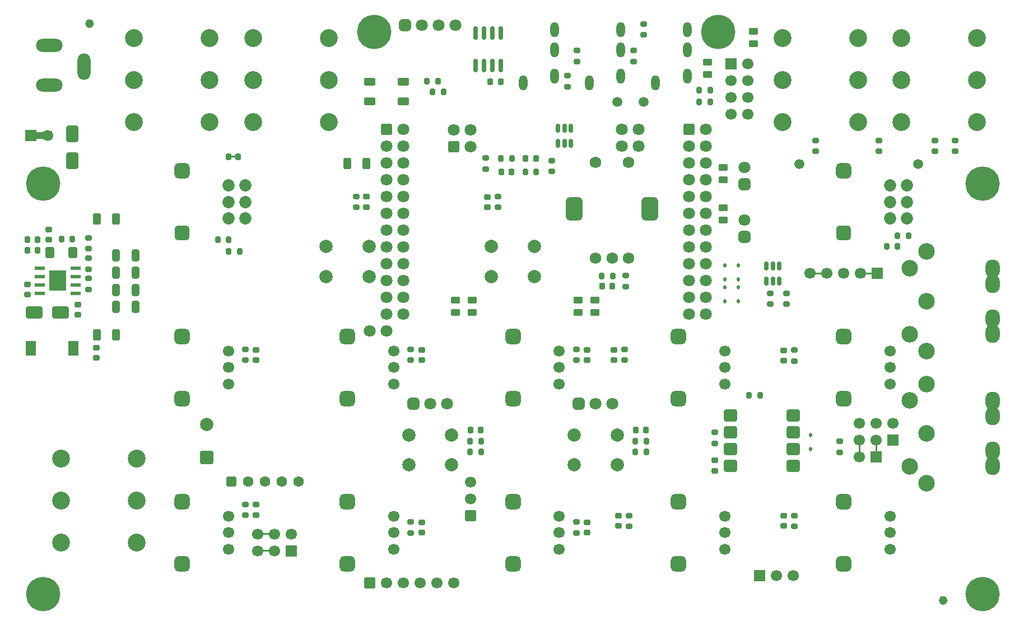
<source format=gbr>
%TF.GenerationSoftware,KiCad,Pcbnew,9.0.6-9.0.6~ubuntu24.04.1*%
%TF.CreationDate,2025-11-19T23:07:58+08:00*%
%TF.ProjectId,ksoloti_gills,6b736f6c-6f74-4695-9f67-696c6c732e6b,v0.6*%
%TF.SameCoordinates,Original*%
%TF.FileFunction,Soldermask,Top*%
%TF.FilePolarity,Negative*%
%FSLAX46Y46*%
G04 Gerber Fmt 4.6, Leading zero omitted, Abs format (unit mm)*
G04 Created by KiCad (PCBNEW 9.0.6-9.0.6~ubuntu24.04.1) date 2025-11-19 23:07:58*
%MOMM*%
%LPD*%
G01*
G04 APERTURE LIST*
G04 Aperture macros list*
%AMRoundRect*
0 Rectangle with rounded corners*
0 $1 Rounding radius*
0 $2 $3 $4 $5 $6 $7 $8 $9 X,Y pos of 4 corners*
0 Add a 4 corners polygon primitive as box body*
4,1,4,$2,$3,$4,$5,$6,$7,$8,$9,$2,$3,0*
0 Add four circle primitives for the rounded corners*
1,1,$1+$1,$2,$3*
1,1,$1+$1,$4,$5*
1,1,$1+$1,$6,$7*
1,1,$1+$1,$8,$9*
0 Add four rect primitives between the rounded corners*
20,1,$1+$1,$2,$3,$4,$5,0*
20,1,$1+$1,$4,$5,$6,$7,0*
20,1,$1+$1,$6,$7,$8,$9,0*
20,1,$1+$1,$8,$9,$2,$3,0*%
G04 Aperture macros list end*
%ADD10C,0.000000*%
%ADD11C,0.650000*%
%ADD12RoundRect,0.225000X-0.250000X0.225000X-0.250000X-0.225000X0.250000X-0.225000X0.250000X0.225000X0*%
%ADD13RoundRect,0.150000X0.150000X-0.512500X0.150000X0.512500X-0.150000X0.512500X-0.150000X-0.512500X0*%
%ADD14RoundRect,0.112500X0.112500X-0.187500X0.112500X0.187500X-0.112500X0.187500X-0.112500X-0.187500X0*%
%ADD15C,1.700000*%
%ADD16RoundRect,0.575000X0.575000X0.575000X-0.575000X0.575000X-0.575000X-0.575000X0.575000X-0.575000X0*%
%ADD17RoundRect,0.450000X-0.450000X-0.450000X0.450000X-0.450000X0.450000X0.450000X-0.450000X0.450000X0*%
%ADD18C,1.800000*%
%ADD19C,0.800000*%
%ADD20C,5.200000*%
%ADD21RoundRect,0.250000X0.450000X-0.262500X0.450000X0.262500X-0.450000X0.262500X-0.450000X-0.262500X0*%
%ADD22RoundRect,0.200000X0.275000X-0.200000X0.275000X0.200000X-0.275000X0.200000X-0.275000X-0.200000X0*%
%ADD23RoundRect,0.200000X-0.275000X0.200000X-0.275000X-0.200000X0.275000X-0.200000X0.275000X0.200000X0*%
%ADD24R,1.500000X2.200000*%
%ADD25RoundRect,0.200000X-0.200000X-0.275000X0.200000X-0.275000X0.200000X0.275000X-0.200000X0.275000X0*%
%ADD26RoundRect,0.200000X0.200000X0.275000X-0.200000X0.275000X-0.200000X-0.275000X0.200000X-0.275000X0*%
%ADD27C,1.852400*%
%ADD28RoundRect,0.562500X0.562500X0.562500X-0.562500X0.562500X-0.562500X-0.562500X0.562500X-0.562500X0*%
%ADD29RoundRect,0.250000X0.312500X0.625000X-0.312500X0.625000X-0.312500X-0.625000X0.312500X-0.625000X0*%
%ADD30R,1.700000X1.700000*%
%ADD31RoundRect,0.225000X0.225000X0.250000X-0.225000X0.250000X-0.225000X-0.250000X0.225000X-0.250000X0*%
%ADD32RoundRect,0.249999X0.750001X0.640001X-0.750001X0.640001X-0.750001X-0.640001X0.750001X-0.640001X0*%
%ADD33C,2.000000*%
%ADD34RoundRect,0.150000X-0.150000X0.825000X-0.150000X-0.825000X0.150000X-0.825000X0.150000X0.825000X0*%
%ADD35RoundRect,0.250000X-0.450000X0.262500X-0.450000X-0.262500X0.450000X-0.262500X0.450000X0.262500X0*%
%ADD36R,1.550000X0.600000*%
%ADD37R,2.600000X3.100000*%
%ADD38O,1.300000X2.300000*%
%ADD39RoundRect,0.225000X0.250000X-0.225000X0.250000X0.225000X-0.250000X0.225000X-0.250000X-0.225000X0*%
%ADD40RoundRect,0.250000X1.000000X0.650000X-1.000000X0.650000X-1.000000X-0.650000X1.000000X-0.650000X0*%
%ADD41RoundRect,0.400000X-0.400000X-0.400000X0.400000X-0.400000X0.400000X0.400000X-0.400000X0.400000X0*%
%ADD42C,1.600000*%
%ADD43RoundRect,0.250000X-0.400000X-0.600000X0.400000X-0.600000X0.400000X0.600000X-0.400000X0.600000X0*%
%ADD44RoundRect,0.250000X-0.325000X-0.650000X0.325000X-0.650000X0.325000X0.650000X-0.325000X0.650000X0*%
%ADD45RoundRect,0.225000X-0.225000X-0.250000X0.225000X-0.250000X0.225000X0.250000X-0.225000X0.250000X0*%
%ADD46RoundRect,0.112500X-0.112500X0.187500X-0.112500X-0.187500X0.112500X-0.187500X0.112500X0.187500X0*%
%ADD47RoundRect,0.150000X-0.150000X0.512500X-0.150000X-0.512500X0.150000X-0.512500X0.150000X0.512500X0*%
%ADD48RoundRect,0.450000X0.450000X-0.450000X0.450000X0.450000X-0.450000X0.450000X-0.450000X-0.450000X0*%
%ADD49RoundRect,0.625000X-0.625000X-1.175000X0.625000X-1.175000X0.625000X1.175000X-0.625000X1.175000X0*%
%ADD50C,1.750000*%
%ADD51RoundRect,0.250000X0.625000X-0.312500X0.625000X0.312500X-0.625000X0.312500X-0.625000X-0.312500X0*%
%ADD52RoundRect,0.250000X0.650000X-1.000000X0.650000X1.000000X-0.650000X1.000000X-0.650000X-1.000000X0*%
%ADD53C,2.700000*%
%ADD54RoundRect,0.250000X-0.600000X-0.600000X0.600000X-0.600000X0.600000X0.600000X-0.600000X0.600000X0*%
%ADD55O,4.000000X2.000000*%
%ADD56O,2.000000X4.000000*%
%ADD57C,2.500000*%
%ADD58O,2.200000X2.800000*%
%ADD59C,1.500000*%
%ADD60RoundRect,0.250000X0.600000X0.600000X-0.600000X0.600000X-0.600000X-0.600000X0.600000X-0.600000X0*%
%ADD61RoundRect,0.250000X-0.600000X0.600000X-0.600000X-0.600000X0.600000X-0.600000X0.600000X0.600000X0*%
%ADD62RoundRect,0.250000X0.750000X-0.750000X0.750000X0.750000X-0.750000X0.750000X-0.750000X-0.750000X0*%
G04 APERTURE END LIST*
D10*
%TO.C,JP2*%
G36*
X8097000Y6733000D02*
G01*
X7397000Y6733000D01*
X7397000Y6983000D01*
X8097000Y6983000D01*
X8097000Y6733000D01*
G37*
%TO.C,FID2*%
D11*
X115362800Y-60248000D02*
G75*
G02*
X114712800Y-60248000I-325000J0D01*
G01*
X114712800Y-60248000D02*
G75*
G02*
X115362800Y-60248000I325000J0D01*
G01*
%TO.C,FID1*%
X-13662200Y26970000D02*
G75*
G02*
X-14312200Y26970000I-325000J0D01*
G01*
X-14312200Y26970000D02*
G75*
G02*
X-13662200Y26970000I325000J0D01*
G01*
%TD*%
D12*
%TO.C,C31*%
X65913000Y-47447000D03*
X65913000Y-48997000D03*
%TD*%
D13*
%TO.C,U2*%
X56835000Y8895500D03*
X57785000Y8895500D03*
X58735000Y8895500D03*
X58735000Y11170500D03*
X57785000Y11170500D03*
X56835000Y11170500D03*
%TD*%
D14*
%TO.C,D7*%
X82042000Y-14990000D03*
X82042000Y-12890000D03*
%TD*%
D15*
%TO.C,RV1*%
X7000000Y-27500000D03*
X7000000Y-25000000D03*
X7000000Y-22500000D03*
D16*
X0Y-29700000D03*
X0Y-20300000D03*
%TD*%
D17*
%TO.C,LED3*%
X34921800Y-30500000D03*
D18*
X37461800Y-30500000D03*
X40001800Y-30500000D03*
%TD*%
D19*
%TO.C,MH5*%
X-23118622Y2742000D03*
X-22504803Y4244603D03*
X-22504803Y1239397D03*
X-21002200Y4858422D03*
D20*
X-21002200Y2742000D03*
D19*
X-21002200Y625578D03*
X-19499597Y4244603D03*
X-19499597Y1239397D03*
X-18885778Y2742000D03*
%TD*%
D21*
%TO.C,R32*%
X81794800Y-2690500D03*
X81794800Y-865500D03*
%TD*%
D22*
%TO.C,R41*%
X55876800Y4608000D03*
X55876800Y6258000D03*
%TD*%
D23*
%TO.C,R58*%
X68221000Y22903000D03*
X68221000Y21253000D03*
%TD*%
D15*
%TO.C,RV4*%
X82000000Y-27500000D03*
X82000000Y-25000000D03*
X82000000Y-22500000D03*
D16*
X75000000Y-29700000D03*
X75000000Y-20300000D03*
%TD*%
D24*
%TO.C,L1*%
X-22862200Y-22131000D03*
X-16462200Y-22131000D03*
%TD*%
D12*
%TO.C,C1*%
X11176000Y-22339000D03*
X11176000Y-23889000D03*
%TD*%
D23*
%TO.C,R59*%
X69721000Y26903000D03*
X69721000Y25253000D03*
%TD*%
D17*
%TO.C,LED4*%
X59950000Y-30500000D03*
D18*
X62490000Y-30500000D03*
X65030000Y-30500000D03*
%TD*%
D15*
%TO.C,RV2*%
X32000000Y-27500000D03*
X32000000Y-25000000D03*
X32000000Y-22500000D03*
D16*
X25000000Y-29700000D03*
X25000000Y-20300000D03*
%TD*%
D25*
%TO.C,R54*%
X78175800Y15143000D03*
X79825800Y15143000D03*
%TD*%
D26*
%TO.C,R35*%
X39497000Y16637000D03*
X37847000Y16637000D03*
%TD*%
%TO.C,R40*%
X65083800Y-11204000D03*
X63433800Y-11204000D03*
%TD*%
D27*
%TO.C,RV11*%
X7000000Y-2500000D03*
X7000000Y0D03*
X7000000Y2500000D03*
X9540000Y-2500000D03*
X9540000Y0D03*
X9540000Y2500000D03*
D28*
X0Y-4700000D03*
D16*
X0Y4700000D03*
%TD*%
D22*
%TO.C,R2*%
X34544000Y-23939000D03*
X34544000Y-22289000D03*
%TD*%
D29*
%TO.C,FB2*%
X-9967500Y-2540000D03*
X-12892500Y-2540000D03*
%TD*%
D30*
%TO.C,J16*%
X82937800Y20858000D03*
D15*
X85477800Y20858000D03*
X82937800Y18318000D03*
X85477800Y18318000D03*
X82937800Y15778000D03*
X85477800Y15778000D03*
X82937800Y13238000D03*
X85477800Y13238000D03*
%TD*%
D22*
%TO.C,R12*%
X47752000Y-825000D03*
X47752000Y825000D03*
%TD*%
D14*
%TO.C,D5*%
X82042000Y-11688000D03*
X82042000Y-9588000D03*
%TD*%
D29*
%TO.C,FB5*%
X27878500Y5842000D03*
X24953500Y5842000D03*
%TD*%
D31*
%TO.C,JP2*%
X8497000Y6858000D03*
X6997000Y6858000D03*
%TD*%
D25*
%TO.C,R57*%
X7049000Y-7493000D03*
X8699000Y-7493000D03*
%TD*%
D31*
%TO.C,C33*%
X70117000Y-34520000D03*
X68567000Y-34520000D03*
%TD*%
D32*
%TO.C,U5*%
X92384000Y-39862000D03*
X92384000Y-37322000D03*
X92384000Y-34782000D03*
X92384000Y-32242000D03*
X82854000Y-32242000D03*
X82854000Y-34782000D03*
X82854000Y-37322000D03*
X82854000Y-39862000D03*
%TD*%
D12*
%TO.C,C6*%
X11151000Y-45770000D03*
X11151000Y-47320000D03*
%TD*%
D25*
%TO.C,R17*%
X43517000Y-36171000D03*
X45167000Y-36171000D03*
%TD*%
D33*
%TO.C,SW1*%
X21750000Y-11250000D03*
X28250000Y-11250000D03*
X21750000Y-6750000D03*
X28250000Y-6750000D03*
%TD*%
D12*
%TO.C,C28*%
X61230000Y-48437000D03*
X61230000Y-49987000D03*
%TD*%
D34*
%TO.C,U1*%
X48133000Y25589000D03*
X46863000Y25589000D03*
X45593000Y25589000D03*
X44323000Y25589000D03*
X44323000Y20639000D03*
X45593000Y20639000D03*
X46863000Y20639000D03*
X48133000Y20639000D03*
%TD*%
D23*
%TO.C,R48*%
X-14122200Y-8491841D03*
X-14122200Y-10141841D03*
%TD*%
D21*
%TO.C,R11*%
X62353800Y-16688500D03*
X62353800Y-14863500D03*
%TD*%
D33*
%TO.C,SW4*%
X59250000Y-39750000D03*
X65750000Y-39750000D03*
X59250000Y-35250000D03*
X65750000Y-35250000D03*
%TD*%
D30*
%TO.C,J15*%
X104907000Y-38577000D03*
D15*
X102367000Y-38577000D03*
X104907000Y-36037000D03*
X102367000Y-36037000D03*
X104907000Y-33497000D03*
X102367000Y-33497000D03*
%TD*%
D35*
%TO.C,R18*%
X81794800Y5230500D03*
X81794800Y3405500D03*
%TD*%
D36*
%TO.C,U4*%
X-16087359Y-13797340D03*
X-16087359Y-12527340D03*
X-16087359Y-11257340D03*
X-16087359Y-9987340D03*
X-21487359Y-9987340D03*
X-21487359Y-11257340D03*
X-21487359Y-12527340D03*
X-21487359Y-13797340D03*
D37*
X-18787359Y-11892340D03*
%TD*%
D23*
%TO.C,R20*%
X58221000Y19093000D03*
X58221000Y17443000D03*
%TD*%
D33*
%TO.C,SW2*%
X46750000Y-11250000D03*
X53250000Y-11250000D03*
X46750000Y-6750000D03*
X53250000Y-6750000D03*
%TD*%
D38*
%TO.C,J8*%
X66322800Y23042000D03*
X66322800Y26042000D03*
X61522800Y18042000D03*
X66322800Y19042000D03*
%TD*%
D26*
%TO.C,R56*%
X7048000Y-5715000D03*
X5398000Y-5715000D03*
%TD*%
%TO.C,R13*%
X70167000Y-37822000D03*
X68517000Y-37822000D03*
%TD*%
%TO.C,R36*%
X38671000Y18288000D03*
X37021000Y18288000D03*
%TD*%
%TO.C,R31*%
X45167000Y-37822000D03*
X43517000Y-37822000D03*
%TD*%
D39*
%TO.C,C39*%
X-20186200Y-5698000D03*
X-20186200Y-4148000D03*
%TD*%
D12*
%TO.C,C2*%
X36195000Y-22339000D03*
X36195000Y-23889000D03*
%TD*%
D15*
%TO.C,RV3*%
X57000000Y-27500000D03*
X57000000Y-25000000D03*
X57000000Y-22500000D03*
D16*
X50000000Y-29700000D03*
X50000000Y-20300000D03*
%TD*%
D19*
%TO.C,MH6*%
X-23118622Y-59258000D03*
X-22504803Y-57755397D03*
X-22504803Y-60760603D03*
X-21002200Y-57141578D03*
D20*
X-21002200Y-59258000D03*
D19*
X-21002200Y-61374422D03*
X-19499597Y-57755397D03*
X-19499597Y-60760603D03*
X-18885778Y-59258000D03*
%TD*%
D31*
%TO.C,C13*%
X49793800Y4544000D03*
X48243800Y4544000D03*
%TD*%
D40*
%TO.C,D3*%
X-18380359Y-16670000D03*
X-22380359Y-16670000D03*
%TD*%
D22*
%TO.C,R53*%
X88900000Y-15430000D03*
X88900000Y-13780000D03*
%TD*%
%TO.C,R7*%
X34544000Y-50023000D03*
X34544000Y-48373000D03*
%TD*%
D41*
%TO.C,M1*%
X7420000Y-42310000D03*
D42*
X9960000Y-42310000D03*
X12500000Y-42310000D03*
X15040000Y-42310000D03*
X17580000Y-42310000D03*
%TD*%
D30*
%TO.C,J18*%
X107448800Y-36038000D03*
D15*
X107448800Y-33498000D03*
%TD*%
D23*
%TO.C,R46*%
X99415600Y-36180000D03*
X99415600Y-37830000D03*
%TD*%
D22*
%TO.C,R1*%
X9525000Y-23939000D03*
X9525000Y-22289000D03*
%TD*%
D43*
%TO.C,D2*%
X-20016140Y-7628559D03*
X-16516140Y-7628559D03*
%TD*%
D31*
%TO.C,C9*%
X48146000Y18161000D03*
X46596000Y18161000D03*
%TD*%
D22*
%TO.C,R44*%
X-14122200Y-13225000D03*
X-14122200Y-11575000D03*
%TD*%
D21*
%TO.C,R38*%
X41271800Y-16688500D03*
X41271800Y-14863500D03*
%TD*%
D23*
%TO.C,R45*%
X80518000Y-34846000D03*
X80518000Y-36496000D03*
%TD*%
D15*
%TO.C,RV10*%
X107000000Y-52500000D03*
X107000000Y-50000000D03*
X107000000Y-47500000D03*
D16*
X100000000Y-54700000D03*
X100000000Y-45300000D03*
%TD*%
D23*
%TO.C,R21*%
X59721000Y22903000D03*
X59721000Y21253000D03*
%TD*%
%TO.C,R49*%
X-14122200Y-5418260D03*
X-14122200Y-7068260D03*
%TD*%
D44*
%TO.C,C54*%
X-9984000Y-15845000D03*
X-7034000Y-15845000D03*
%TD*%
D15*
%TO.C,RV9*%
X82000000Y-52500000D03*
X82000000Y-50000000D03*
X82000000Y-47500000D03*
D16*
X75000000Y-54700000D03*
X75000000Y-45300000D03*
%TD*%
D25*
%TO.C,R55*%
X78175800Y16921000D03*
X79825800Y16921000D03*
%TD*%
D26*
%TO.C,R16*%
X53526800Y4544000D03*
X51876800Y4544000D03*
%TD*%
D45*
%TO.C,C41*%
X-23374200Y-5685000D03*
X-21824200Y-5685000D03*
%TD*%
D25*
%TO.C,R68*%
X85689800Y-29256600D03*
X87339800Y-29256600D03*
%TD*%
D39*
%TO.C,C30*%
X80518000Y-40637000D03*
X80518000Y-39087000D03*
%TD*%
D38*
%TO.C,J9*%
X76322800Y23042000D03*
X76322800Y26042000D03*
X71522800Y18042000D03*
X76322800Y19042000D03*
%TD*%
D22*
%TO.C,R4*%
X66910000Y-23939000D03*
X66910000Y-22289000D03*
%TD*%
D15*
%TO.C,RV6*%
X7000000Y-52500000D03*
X7000000Y-50000000D03*
X7000000Y-47500000D03*
D16*
X0Y-54700000D03*
X0Y-45300000D03*
%TD*%
D38*
%TO.C,J17*%
X56322800Y23042000D03*
X56322800Y26042000D03*
X51522800Y18042000D03*
X56322800Y19042000D03*
%TD*%
D19*
%TO.C,MH4*%
X78881378Y25742000D03*
X79495197Y27244603D03*
X79495197Y24239397D03*
X80997800Y27858422D03*
D20*
X80997800Y25742000D03*
D19*
X80997800Y23625578D03*
X82500403Y27244603D03*
X82500403Y24239397D03*
X83114222Y25742000D03*
%TD*%
D21*
%TO.C,FB7*%
X86360000Y23979500D03*
X86360000Y25804500D03*
%TD*%
D22*
%TO.C,R24*%
X113792000Y7684000D03*
X113792000Y9334000D03*
%TD*%
D12*
%TO.C,C7*%
X27813000Y788000D03*
X27813000Y-762000D03*
%TD*%
D26*
%TO.C,R25*%
X108140000Y-6731000D03*
X106490000Y-6731000D03*
%TD*%
D19*
%TO.C,MH8*%
X118881378Y2742000D03*
X119495197Y4244603D03*
X119495197Y1239397D03*
X120997800Y4858422D03*
D20*
X120997800Y2742000D03*
D19*
X120997800Y625578D03*
X122500403Y4244603D03*
X122500403Y1239397D03*
X123114222Y2742000D03*
%TD*%
D25*
%TO.C,R9*%
X68517000Y-36171000D03*
X70167000Y-36171000D03*
%TD*%
D46*
%TO.C,D6*%
X84074000Y-9588000D03*
X84074000Y-11688000D03*
%TD*%
D22*
%TO.C,R52*%
X91313000Y-15430000D03*
X91313000Y-13780000D03*
%TD*%
D27*
%TO.C,RV12*%
X107000000Y-2500000D03*
X107000000Y0D03*
X107000000Y2500000D03*
X109540000Y-2500000D03*
X109540000Y0D03*
X109540000Y2500000D03*
D28*
X100000000Y-4700000D03*
D16*
X100000000Y4700000D03*
%TD*%
D23*
%TO.C,R15*%
X67052800Y-11141000D03*
X67052800Y-12791000D03*
%TD*%
D12*
%TO.C,C35*%
X-12954000Y-22035000D03*
X-12954000Y-23585000D03*
%TD*%
D35*
%TO.C,FB6*%
X79381800Y21135500D03*
X79381800Y19310500D03*
%TD*%
D25*
%TO.C,R19*%
X48193800Y6576000D03*
X49843800Y6576000D03*
%TD*%
D21*
%TO.C,R10*%
X43821800Y-16688500D03*
X43821800Y-14863500D03*
%TD*%
D47*
%TO.C,U9*%
X90231000Y-9657500D03*
X89281000Y-9657500D03*
X88331000Y-9657500D03*
X88331000Y-11932500D03*
X89281000Y-11932500D03*
X90231000Y-11932500D03*
%TD*%
D44*
%TO.C,C38*%
X-9984000Y-13282100D03*
X-7034000Y-13282100D03*
%TD*%
%TO.C,C36*%
X-9984000Y-8098000D03*
X-7034000Y-8098000D03*
%TD*%
D48*
%TO.C,LED2*%
X85000000Y-5270000D03*
D18*
X85000000Y-2730000D03*
%TD*%
D19*
%TO.C,MH7*%
X118881378Y-59258000D03*
X119495197Y-57755397D03*
X119495197Y-60760603D03*
X120997800Y-57141578D03*
D20*
X120997800Y-59258000D03*
D19*
X120997800Y-61374422D03*
X122500403Y-57755397D03*
X122500403Y-60760603D03*
X123114222Y-59258000D03*
%TD*%
D49*
%TO.C,ENC1*%
X59300000Y-1000000D03*
X70700000Y-1000000D03*
D50*
X62500000Y-8500000D03*
X67500000Y-8500000D03*
X65000000Y-8500000D03*
X62500000Y6000000D03*
X67500000Y6000000D03*
%TD*%
D51*
%TO.C,FB4*%
X28321000Y15249500D03*
X28321000Y18174500D03*
%TD*%
D12*
%TO.C,C32*%
X90913000Y-47447000D03*
X90913000Y-48997000D03*
%TD*%
D22*
%TO.C,R6*%
X9525000Y-47370000D03*
X9525000Y-45720000D03*
%TD*%
D25*
%TO.C,R47*%
X-18224000Y-5626821D03*
X-16574000Y-5626821D03*
%TD*%
D12*
%TO.C,C27*%
X36195000Y-48423000D03*
X36195000Y-49973000D03*
%TD*%
D44*
%TO.C,C37*%
X-9984000Y-10699662D03*
X-7034000Y-10699662D03*
%TD*%
D12*
%TO.C,C4*%
X65259000Y-22339000D03*
X65259000Y-23889000D03*
%TD*%
%TO.C,C29*%
X-23359359Y-12466000D03*
X-23359359Y-14016000D03*
%TD*%
D15*
%TO.C,RV7*%
X32000000Y-52500000D03*
X32000000Y-50000000D03*
X32000000Y-47500000D03*
D16*
X25000000Y-54700000D03*
X25000000Y-45300000D03*
%TD*%
D25*
%TO.C,R34*%
X108141000Y-5080000D03*
X109791000Y-5080000D03*
%TD*%
D12*
%TO.C,C5*%
X90887800Y-22436000D03*
X90887800Y-23986000D03*
%TD*%
D22*
%TO.C,R37*%
X26289000Y-812000D03*
X26289000Y838000D03*
%TD*%
%TO.C,R5*%
X92564000Y-24036000D03*
X92564000Y-22386000D03*
%TD*%
D14*
%TO.C,D4*%
X95002800Y-37342000D03*
X95002800Y-35242000D03*
%TD*%
D22*
%TO.C,R8*%
X59579000Y-50037000D03*
X59579000Y-48387000D03*
%TD*%
D51*
%TO.C,FB3*%
X33401000Y15249500D03*
X33401000Y18174500D03*
%TD*%
D39*
%TO.C,C34*%
X-15726140Y-17052921D03*
X-15726140Y-15502921D03*
%TD*%
D33*
%TO.C,SW3*%
X34250000Y-39750000D03*
X40750000Y-39750000D03*
X34250000Y-35250000D03*
X40750000Y-35250000D03*
%TD*%
D15*
%TO.C,RV5*%
X107000000Y-27500000D03*
X107000000Y-25000000D03*
X107000000Y-22500000D03*
D16*
X100000000Y-29700000D03*
X100000000Y-20300000D03*
%TD*%
D21*
%TO.C,R14*%
X59813800Y-16688500D03*
X59813800Y-14863500D03*
%TD*%
D52*
%TO.C,D1*%
X-16637000Y6271000D03*
X-16637000Y10271000D03*
%TD*%
D45*
%TO.C,C12*%
X51926800Y6576000D03*
X53476800Y6576000D03*
%TD*%
D22*
%TO.C,R33*%
X116840000Y7684000D03*
X116840000Y9334000D03*
%TD*%
D12*
%TO.C,C3*%
X61214000Y-22339000D03*
X61214000Y-23889000D03*
%TD*%
D22*
%TO.C,R23*%
X105283000Y7684000D03*
X105283000Y9334000D03*
%TD*%
%TO.C,R3*%
X59563000Y-23939000D03*
X59563000Y-22289000D03*
%TD*%
%TO.C,R43*%
X92564000Y-49061000D03*
X92564000Y-47411000D03*
%TD*%
D45*
%TO.C,C10*%
X-23359140Y-7260921D03*
X-21809140Y-7260921D03*
%TD*%
D22*
%TO.C,R39*%
X45843800Y4989000D03*
X45843800Y6639000D03*
%TD*%
D19*
%TO.C,MH1*%
X26881378Y25742000D03*
X27495197Y27244603D03*
X27495197Y24239397D03*
X28997800Y27858422D03*
D20*
X28997800Y25742000D03*
D19*
X28997800Y23625578D03*
X30500403Y27244603D03*
X30500403Y24239397D03*
X31114222Y25742000D03*
%TD*%
D15*
%TO.C,RV8*%
X57000000Y-52500000D03*
X57000000Y-50000000D03*
X57000000Y-47500000D03*
D16*
X50000000Y-54700000D03*
X50000000Y-45300000D03*
%TD*%
D12*
%TO.C,C8*%
X46101000Y775000D03*
X46101000Y-775000D03*
%TD*%
D46*
%TO.C,D8*%
X84074000Y-12890000D03*
X84074000Y-14990000D03*
%TD*%
D29*
%TO.C,FB1*%
X-9967500Y-20066000D03*
X-12892500Y-20066000D03*
%TD*%
D22*
%TO.C,R22*%
X95758000Y7684000D03*
X95758000Y9334000D03*
%TD*%
D30*
%TO.C,J2*%
X-22860000Y10049000D03*
D15*
X-20320000Y10049000D03*
%TD*%
D48*
%TO.C,OLED1*%
X33690000Y26750000D03*
D18*
X36230000Y26750000D03*
X38770000Y26750000D03*
X41310000Y26750000D03*
%TD*%
D48*
%TO.C,LED1*%
X85000000Y2730000D03*
D18*
X85000000Y5270000D03*
%TD*%
D31*
%TO.C,C16*%
X45117000Y-34520000D03*
X43567000Y-34520000D03*
%TD*%
D22*
%TO.C,R42*%
X67564000Y-49047000D03*
X67564000Y-47397000D03*
%TD*%
D31*
%TO.C,C11*%
X65033800Y-12728000D03*
X63483800Y-12728000D03*
%TD*%
D30*
%TO.C,J19*%
X105080000Y-10795000D03*
D15*
X102540000Y-10795000D03*
X100000000Y-10795000D03*
X97460000Y-10795000D03*
X94920000Y-10795000D03*
%TD*%
D53*
%TO.C,J4*%
X22146800Y18466000D03*
X10716800Y18466000D03*
X22146800Y24816000D03*
X10716800Y24816000D03*
X22146800Y12116000D03*
X10716800Y12116000D03*
%TD*%
D18*
%TO.C,H2_P21*%
X66427800Y8412000D03*
%TD*%
%TO.C,H1_P12*%
X33407800Y-1748000D03*
%TD*%
%TO.C,H3_P2*%
X79127800Y10952000D03*
%TD*%
%TO.C,H1_P13*%
X30867800Y-4288000D03*
%TD*%
%TO.C,H3_P4*%
X79127800Y8412000D03*
%TD*%
%TO.C,H1_P22*%
X33407800Y-14448000D03*
%TD*%
%TO.C,H3_P17*%
X76587800Y-9368000D03*
%TD*%
%TO.C,H3_P19*%
X76587800Y-11908000D03*
%TD*%
D54*
%TO.C,J13*%
X43567800Y-47468000D03*
D15*
X43567800Y-44928000D03*
X43567800Y-42388000D03*
%TD*%
D55*
%TO.C,J1*%
X-20082200Y17710060D03*
X-20082200Y23712080D03*
D56*
X-14781220Y20460880D03*
%TD*%
D18*
%TO.C,H6_P1*%
X28327800Y-19528000D03*
%TD*%
%TO.C,H3_P22*%
X79127800Y-14448000D03*
%TD*%
D53*
%TO.C,J7*%
X-18252200Y-45108000D03*
X-6822200Y-45108000D03*
X-18252200Y-51458000D03*
X-6822200Y-51458000D03*
X-18252200Y-38758000D03*
X-6822200Y-38758000D03*
%TD*%
D18*
%TO.C,H3_P15*%
X76587800Y-6828000D03*
%TD*%
D57*
%TO.C,J10*%
X112501800Y-22500000D03*
X112501800Y-15000000D03*
X112501800Y-7500000D03*
X110001800Y-20000000D03*
X110001800Y-10000000D03*
D58*
X122501800Y-10100000D03*
X122501800Y-12400000D03*
X122501800Y-17600000D03*
X122501800Y-19900000D03*
%TD*%
D18*
%TO.C,H3_P23*%
X76587800Y-16988000D03*
%TD*%
%TO.C,H3_P16*%
X79127800Y-6828000D03*
%TD*%
%TO.C,H1_P17*%
X30867800Y-9368000D03*
%TD*%
%TO.C,H3_P8*%
X79127800Y3332000D03*
%TD*%
%TO.C,H3_P14*%
X79127800Y-4288000D03*
%TD*%
%TO.C,H1_P23*%
X30867800Y-16988000D03*
%TD*%
%TO.C,H2_P23*%
X68967800Y8412000D03*
%TD*%
D30*
%TO.C,J14*%
X16526376Y-52762278D03*
D15*
X16526376Y-50222278D03*
X13986376Y-52762278D03*
X13986376Y-50222278D03*
X11446376Y-52762278D03*
X11446376Y-50222278D03*
%TD*%
D59*
%TO.C,TP2*%
X111252000Y5766000D03*
%TD*%
D18*
%TO.C,H3_P11*%
X76587800Y-1748000D03*
%TD*%
%TO.C,H2_P22*%
X66427800Y10952000D03*
%TD*%
%TO.C,H1_P18*%
X33407800Y-9368000D03*
%TD*%
D60*
%TO.C,H3_P1*%
X76587800Y10952000D03*
%TD*%
D18*
%TO.C,H3_P24*%
X79127800Y-16988000D03*
%TD*%
%TO.C,H2_P3*%
X43561000Y8382000D03*
%TD*%
D59*
%TO.C,TP1*%
X93257800Y5766000D03*
%TD*%
D18*
%TO.C,H1_P7*%
X30867800Y3332000D03*
%TD*%
%TO.C,H3_P5*%
X76587800Y5872000D03*
%TD*%
%TO.C,H3_P20*%
X79127800Y-11908000D03*
%TD*%
%TO.C,H3_P21*%
X76587800Y-14448000D03*
%TD*%
D53*
%TO.C,J6*%
X120147800Y18466000D03*
X108717800Y18466000D03*
X120147800Y24816000D03*
X108717800Y24816000D03*
X120147800Y12116000D03*
X108717800Y12116000D03*
%TD*%
D18*
%TO.C,H6_P2*%
X30867800Y-19528000D03*
%TD*%
%TO.C,H1_P21*%
X30867800Y-14448000D03*
%TD*%
D61*
%TO.C,J12*%
X28327800Y-57628000D03*
D15*
X30867800Y-57628000D03*
X33407800Y-57628000D03*
X35947800Y-57628000D03*
X38487800Y-57628000D03*
X41027800Y-57628000D03*
%TD*%
D18*
%TO.C,H1_P2*%
X33407800Y10952000D03*
%TD*%
%TO.C,H1_P19*%
X30867800Y-11908000D03*
%TD*%
%TO.C,H1_P9*%
X30867800Y792000D03*
%TD*%
%TO.C,H1_P11*%
X30867800Y-1748000D03*
%TD*%
%TO.C,H3_P3*%
X76587800Y8412000D03*
%TD*%
D59*
%TO.C,TP4*%
X69723000Y15113000D03*
%TD*%
D18*
%TO.C,H1_P10*%
X33407800Y792000D03*
%TD*%
D53*
%TO.C,J3*%
X4146800Y18466000D03*
X-7283200Y18466000D03*
X4146800Y24816000D03*
X-7283200Y24816000D03*
X4146800Y12116000D03*
X-7283200Y12116000D03*
%TD*%
D18*
%TO.C,H1_P3*%
X30867800Y8412000D03*
%TD*%
D30*
%TO.C,J20*%
X87300000Y-56515000D03*
D15*
X89840000Y-56515000D03*
X92380000Y-56515000D03*
%TD*%
D18*
%TO.C,H2_P24*%
X68967800Y10952000D03*
%TD*%
%TO.C,H2_P2*%
X41021000Y10922000D03*
%TD*%
%TO.C,H3_P10*%
X79127800Y792000D03*
%TD*%
%TO.C,H1_P8*%
X33407800Y3332000D03*
%TD*%
D59*
%TO.C,TP3*%
X65786000Y15113000D03*
%TD*%
D18*
%TO.C,H3_P18*%
X79127800Y-9368000D03*
%TD*%
%TO.C,H3_P7*%
X76587800Y3332000D03*
%TD*%
%TO.C,H3_P12*%
X79127800Y-1748000D03*
%TD*%
D62*
%TO.C,C53*%
X3683000Y-38628000D03*
D33*
X3683000Y-33628000D03*
%TD*%
D18*
%TO.C,H1_P15*%
X30867800Y-6828000D03*
%TD*%
D57*
%TO.C,J11*%
X112501800Y-42500000D03*
X112501800Y-35000000D03*
X112501800Y-27500000D03*
X110001800Y-40000000D03*
X110001800Y-30000000D03*
D58*
X122501800Y-30100000D03*
X122501800Y-32400000D03*
X122501800Y-37600000D03*
X122501800Y-39900000D03*
%TD*%
D18*
%TO.C,H2_P4*%
X43561000Y10922000D03*
%TD*%
%TO.C,H3_P9*%
X76587800Y792000D03*
%TD*%
%TO.C,H1_P6*%
X33407800Y5872000D03*
%TD*%
%TO.C,H1_P20*%
X33407800Y-11908000D03*
%TD*%
%TO.C,H1_P4*%
X33407800Y8412000D03*
%TD*%
%TO.C,H1_P24*%
X33407800Y-16988000D03*
%TD*%
D53*
%TO.C,J5*%
X102147800Y18466000D03*
X90717800Y18466000D03*
X102147800Y24816000D03*
X90717800Y24816000D03*
X102147800Y12116000D03*
X90717800Y12116000D03*
%TD*%
D18*
%TO.C,H3_P6*%
X79127800Y5872000D03*
%TD*%
%TO.C,H3_P13*%
X76587800Y-4288000D03*
%TD*%
D60*
%TO.C,H1_P1*%
X30867800Y10952000D03*
%TD*%
%TO.C,H2_P1*%
X41021000Y8382000D03*
%TD*%
D18*
%TO.C,H1_P14*%
X33407800Y-4288000D03*
%TD*%
%TO.C,H1_P16*%
X33407800Y-6828000D03*
%TD*%
%TO.C,H1_P5*%
X30867800Y5872000D03*
%TD*%
G36*
X97000524Y-10688189D02*
G01*
X97036488Y-10737689D01*
X97041333Y-10768282D01*
X97041333Y-10820282D01*
X97022426Y-10878473D01*
X96972926Y-10914437D01*
X96942333Y-10919282D01*
X95390333Y-10919282D01*
X95332142Y-10900375D01*
X95296178Y-10850875D01*
X95291333Y-10820282D01*
X95291333Y-10768282D01*
X95310240Y-10710091D01*
X95359740Y-10674127D01*
X95390333Y-10669282D01*
X96942333Y-10669282D01*
X97000524Y-10688189D01*
G37*
G36*
X13611147Y-52651033D02*
G01*
X13647111Y-52700533D01*
X13651956Y-52731126D01*
X13651956Y-52783126D01*
X13633049Y-52841317D01*
X13583549Y-52877281D01*
X13552956Y-52882126D01*
X12000956Y-52882126D01*
X11942765Y-52863219D01*
X11906801Y-52813719D01*
X11901956Y-52783126D01*
X11901956Y-52731126D01*
X11920863Y-52672935D01*
X11970363Y-52636971D01*
X12000956Y-52632126D01*
X13552956Y-52632126D01*
X13611147Y-52651033D01*
G37*
G36*
X13611147Y-50115033D02*
G01*
X13647111Y-50164533D01*
X13651956Y-50195126D01*
X13651956Y-50247126D01*
X13633049Y-50305317D01*
X13583549Y-50341281D01*
X13552956Y-50346126D01*
X12000956Y-50346126D01*
X11942765Y-50327219D01*
X11906801Y-50277719D01*
X11901956Y-50247126D01*
X11901956Y-50195126D01*
X11920863Y-50136935D01*
X11970363Y-50100971D01*
X12000956Y-50096126D01*
X13552956Y-50096126D01*
X13611147Y-50115033D01*
G37*
G36*
X104620524Y-10690907D02*
G01*
X104656488Y-10740407D01*
X104661333Y-10771000D01*
X104661333Y-10823000D01*
X104642426Y-10881191D01*
X104592926Y-10917155D01*
X104562333Y-10922000D01*
X103010333Y-10922000D01*
X102952142Y-10903093D01*
X102916178Y-10853593D01*
X102911333Y-10823000D01*
X102911333Y-10771000D01*
X102930240Y-10712809D01*
X102979740Y-10676845D01*
X103010333Y-10672000D01*
X104562333Y-10672000D01*
X104620524Y-10690907D01*
G37*
G36*
X102444191Y-36516185D02*
G01*
X102480155Y-36565685D01*
X102485000Y-36596278D01*
X102485000Y-38148278D01*
X102466093Y-38206469D01*
X102416593Y-38242433D01*
X102386000Y-38247278D01*
X102334000Y-38247278D01*
X102275809Y-38228371D01*
X102239845Y-38178871D01*
X102235000Y-38148278D01*
X102235000Y-36596278D01*
X102253907Y-36538087D01*
X102303407Y-36502123D01*
X102334000Y-36497278D01*
X102386000Y-36497278D01*
X102444191Y-36516185D01*
G37*
G36*
X-20417879Y10528998D02*
G01*
X-20371386Y10475342D01*
X-20360000Y10423000D01*
X-20360000Y9675000D01*
X-20380002Y9606879D01*
X-20433658Y9560386D01*
X-20486000Y9549000D01*
X-22734000Y9549000D01*
X-22802121Y9569002D01*
X-22848614Y9622658D01*
X-22860000Y9675000D01*
X-22860000Y10423000D01*
X-22839998Y10491121D01*
X-22786342Y10537614D01*
X-22734000Y10549000D01*
X-20486000Y10549000D01*
X-20417879Y10528998D01*
G37*
G36*
X104988191Y-36389185D02*
G01*
X105024155Y-36438685D01*
X105029000Y-36469278D01*
X105029000Y-38021278D01*
X105010093Y-38079469D01*
X104960593Y-38115433D01*
X104930000Y-38120278D01*
X104878000Y-38120278D01*
X104819809Y-38101371D01*
X104783845Y-38051871D01*
X104779000Y-38021278D01*
X104779000Y-36469278D01*
X104797907Y-36411087D01*
X104847407Y-36375123D01*
X104878000Y-36370278D01*
X104930000Y-36370278D01*
X104988191Y-36389185D01*
G37*
M02*

</source>
